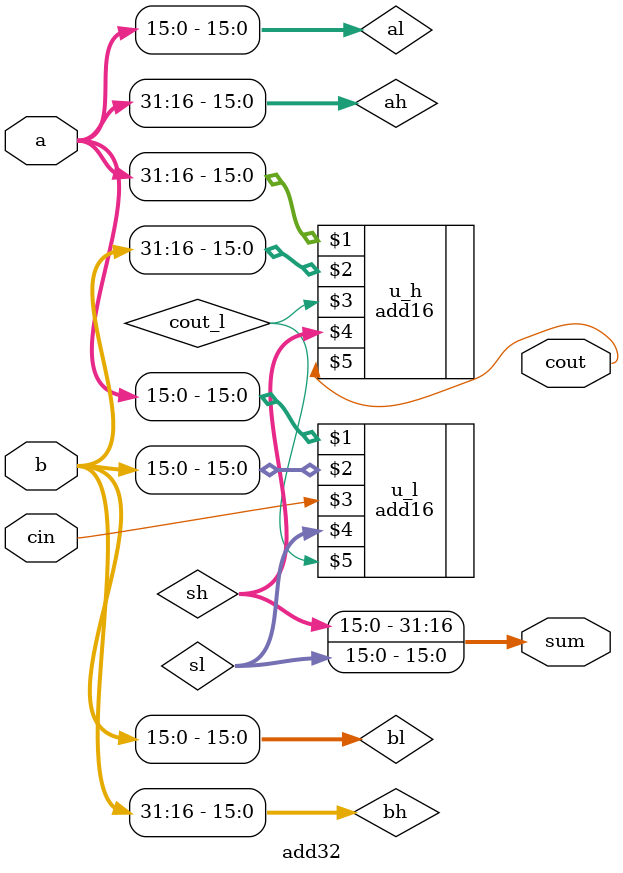
<source format=v>
`include "add16.v"
`define byname 0
`define addbit 32
`define Module_32 0

module add32 (
    a, b, cin, sum, cout
);
    

input [31:0] a, b;
input cin;
output [31:0] sum;
output cout;

wire [15:0] ah, al, bh, bl, sh, sl;
wire cout_l;

assign {ah, al} = a;
assign {bh, bl} = b;
assign sum = {sh, sl};

`ifdef byport
add16 u_l(
    .a(al),
    .b(bl),
    .cin(cin),
    .sum(sl),
    .cout(cout_l)
);

add16 u_h(
    .a(ah),
    .b(bh),
    .cin(cout_l),
    .sum(sh),
    .cout(cout)
);
`endif


`ifdef byname
add16 u_l(
    al,
    bl,
    cin,
    sl,
    cout_l
);

add16 u_h(
    ah,
    bh,
    cout_l,
    sh,
    cout
);
`endif


endmodule
</source>
